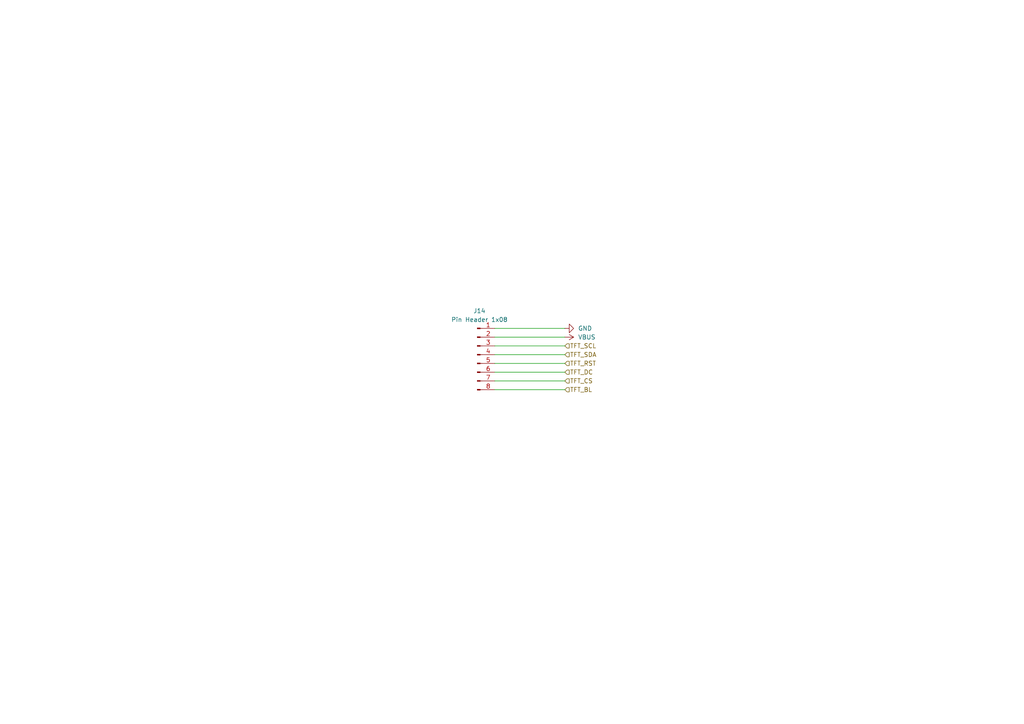
<source format=kicad_sch>
(kicad_sch (version 20250114) (generator "eeschema") (generator_version "9.0")
  (paper "A4")
  (title_block (title "FRANK M2") (date "2025-03-16") (rev "1.03") (company "Mikhail Matveev") (comment 1 "https://github.com/xtremespb/frank"))
  (lib_symbols
    (symbol "Connector:Conn_01x08_Pin" (pin_names (offset 1.016) (hide yes))
      (property "Reference" "J" (at 0 10.16 0))
      (property "Value" "Conn_01x08_Pin" (at 0 -12.7 0))
      (symbol "Conn_01x08_Pin_1_1"
        (rectangle (start 0.8636 7.747) (end 0 7.493) (stroke (width 0.1524)) (fill (type outline)))
        (rectangle (start 0.8636 5.207) (end 0 4.953) (stroke (width 0.1524)) (fill (type outline)))
        (rectangle (start 0.8636 2.667) (end 0 2.413) (stroke (width 0.1524)) (fill (type outline)))
        (rectangle (start 0.8636 0.127) (end 0 -0.127) (stroke (width 0.1524)) (fill (type outline)))
        (rectangle (start 0.8636 -2.413) (end 0 -2.667) (stroke (width 0.1524)) (fill (type outline)))
        (rectangle (start 0.8636 -4.953) (end 0 -5.207) (stroke (width 0.1524)) (fill (type outline)))
        (rectangle (start 0.8636 -7.493) (end 0 -7.747) (stroke (width 0.1524)) (fill (type outline)))
        (rectangle (start 0.8636 -10.033) (end 0 -10.287) (stroke (width 0.1524)) (fill (type outline)))
        (polyline (pts (xy 1.27 7.62) (xy 0.8636 7.62)) (stroke (width 0.1524)))
        (polyline (pts (xy 1.27 5.08) (xy 0.8636 5.08)) (stroke (width 0.1524)))
        (polyline (pts (xy 1.27 2.54) (xy 0.8636 2.54)) (stroke (width 0.1524)))
        (polyline (pts (xy 1.27 0) (xy 0.8636 0)) (stroke (width 0.1524)))
        (polyline (pts (xy 1.27 -2.54) (xy 0.8636 -2.54)) (stroke (width 0.1524)))
        (polyline (pts (xy 1.27 -5.08) (xy 0.8636 -5.08)) (stroke (width 0.1524)))
        (polyline (pts (xy 1.27 -7.62) (xy 0.8636 -7.62)) (stroke (width 0.1524)))
        (polyline (pts (xy 1.27 -10.16) (xy 0.8636 -10.16)) (stroke (width 0.1524)))
        (pin passive line (at 5.08 7.62 180) (length 3.81) (name "Pin_1") (number "1"))
        (pin passive line (at 5.08 5.08 180) (length 3.81) (name "Pin_2") (number "2"))
        (pin passive line (at 5.08 2.54 180) (length 3.81) (name "Pin_3") (number "3"))
        (pin passive line (at 5.08 0 180) (length 3.81) (name "Pin_4") (number "4"))
        (pin passive line (at 5.08 -2.54 180) (length 3.81) (name "Pin_5") (number "5"))
        (pin passive line (at 5.08 -5.08 180) (length 3.81) (name "Pin_6") (number "6"))
        (pin passive line (at 5.08 -7.62 180) (length 3.81) (name "Pin_7") (number "7"))
        (pin passive line (at 5.08 -10.16 180) (length 3.81) (name "Pin_8") (number "8"))
      )
    )
    (symbol "GND_8" (power) (pin_numbers (hide yes)) (pin_names (offset 0) (hide yes))
      (property "Value" "GND" (at 0 -3.81 0))
      (symbol "GND_8_0_1"
        (polyline (pts (xy 0 0) (xy 0 -1.27) (xy 1.27 -1.27) (xy 0 -2.54) (xy -1.27 -1.27) (xy 0 -1.27)))
      )
      (symbol "GND_8_1_1"
        (pin power_in line (at 0 0 270) (length 0) (name "~") (number "1"))
      )
    )
    (symbol "power:VBUS" (power) (pin_numbers (hide yes)) (pin_names (offset 0) (hide yes))
      (property "Value" "VBUS" (at 0 3.556 0))
      (symbol "VBUS_0_1"
        (polyline (pts (xy -0.762 1.27) (xy 0 2.54)))
        (polyline (pts (xy 0 2.54) (xy 0.762 1.27)))
        (polyline (pts (xy 0 0) (xy 0 2.54)))
      )
      (symbol "VBUS_1_1"
        (pin power_in line (at 0 0 90) (length 0) (name "~") (number "1"))
      )
    )
  )
  (wire (pts (xy 143.51 102.87) (xy 163.83 102.87)))
  (wire (pts (xy 143.51 100.33) (xy 163.83 100.33)))
  (wire (pts (xy 143.51 105.41) (xy 163.83 105.41)))
  (wire (pts (xy 143.51 95.25) (xy 163.83 95.25)))
  (wire (pts (xy 143.51 113.03) (xy 163.83 113.03)))
  (wire (pts (xy 143.51 107.95) (xy 163.83 107.95)))
  (wire (pts (xy 143.51 97.79) (xy 163.83 97.79)))
  (wire (pts (xy 143.51 110.49) (xy 163.83 110.49)))
  (hierarchical_label "TFT_SCL" (shape input) (at 163.83 100.33 0))
  (hierarchical_label "TFT_RST" (shape input) (at 163.83 105.41 0))
  (hierarchical_label "TFT_BL" (shape input) (at 163.83 113.03 0))
  (hierarchical_label "TFT_DC" (shape input) (at 163.83 107.95 0))
  (hierarchical_label "TFT_SDA" (shape input) (at 163.83 102.87 0))
  (hierarchical_label "TFT_CS" (shape input) (at 163.83 110.49 0))
  (symbol (lib_name "GND_8") (lib_id "power:GND") (at 163.83 95.25 90) (unit 1)
    (property "Reference" "#PWR069" (effects (hide yes)))
    (property "Value" "GND" (at 167.64 95.2499 90) (effects (justify right)))
    (property "Description" "Power symbol creates a global label with name \"GND\" , ground" (effects (hide yes)))
  )
  (symbol (lib_id "power:VBUS") (at 163.83 97.79 270) (unit 1)
    (property "Reference" "#PWR070" (effects (hide yes)))
    (property "Value" "VBUS" (at 167.64 97.7899 90) (effects (justify left)))
    (property "Description" "Power symbol creates a global label with name \"VBUS\"" (effects (hide yes)))
  )
  (symbol (lib_id "Connector:Conn_01x08_Pin") (at 138.43 102.87 0) (unit 1)
    (property "Reference" "J14" (at 139.065 90.17 0))
    (property "Value" "Pin Header 1x08" (at 139.065 92.71 0))
    (property "Footprint" "FRANK:Pin Header (1x08)" (effects (hide yes)))
    (property "Description" "Generic connector, single row, 01x08, script generated" (effects (hide yes)))
    (property "AliExpress" "https://www.aliexpress.com/item/1005007039504981.html" (effects (hide yes)))
  )
)
</source>
